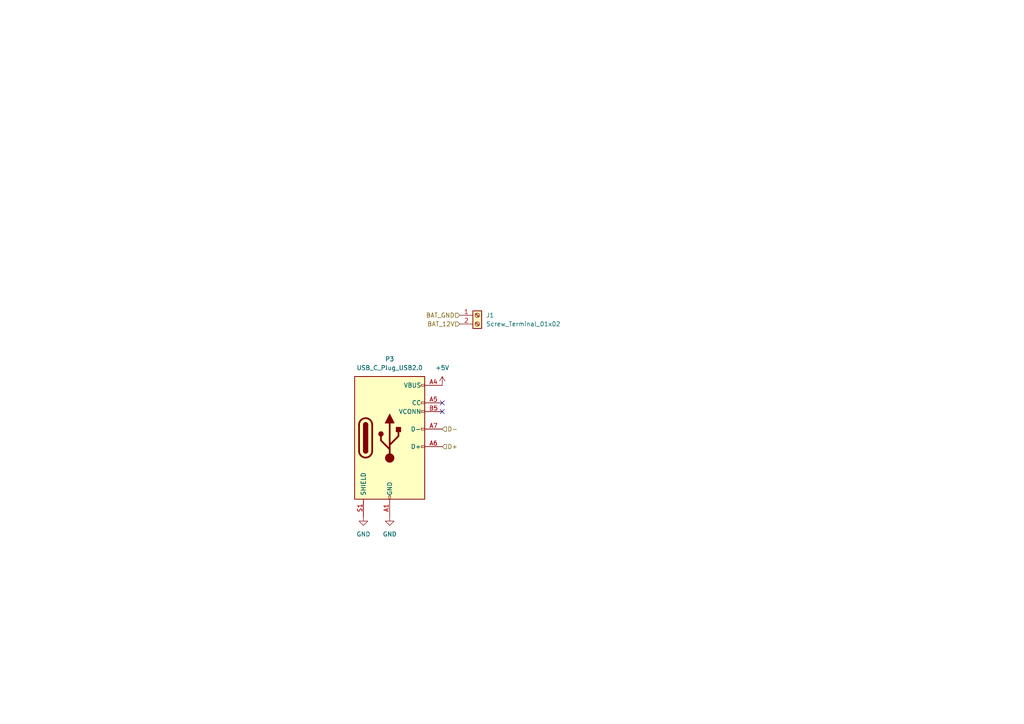
<source format=kicad_sch>
(kicad_sch (version 20231120) (generator "eeschema") (generator_version "8.0")
  (paper "A4")
  (lib_symbols
    (symbol "Connector:Screw_Terminal_01x02" (pin_names (offset 1.016) hide)
      (property "Reference" "J" (at 0 2.54 0))
      (property "Value" "Screw_Terminal_01x02" (at 0 -5.08 0))
      (symbol "Screw_Terminal_01x02_1_1"
        (rectangle (start -1.27 1.27) (end 1.27 -3.81) (stroke (width 0.254)) (fill (type background)))
        (circle (center 0 -2.54) (radius 0.635) (stroke (width 0.1524)))
        (polyline (pts (xy -0.5334 -2.2098) (xy 0.3302 -3.048)) (stroke (width 0.1524)))
        (polyline (pts (xy -0.5334 0.3302) (xy 0.3302 -0.508)) (stroke (width 0.1524)))
        (polyline (pts (xy -0.3556 -2.032) (xy 0.508 -2.8702)) (stroke (width 0.1524)))
        (polyline (pts (xy -0.3556 0.508) (xy 0.508 -0.3302)) (stroke (width 0.1524)))
        (circle (center 0 0) (radius 0.635) (stroke (width 0.1524)))
        (pin passive line (at -5.08 0 0) (length 3.81) (name "Pin_1") (number "1"))
        (pin passive line (at -5.08 -2.54 0) (length 3.81) (name "Pin_2") (number "2"))
      )
    )
    (symbol "Connector:USB_C_Plug_USB2.0" (pin_names (offset 1.016))
      (property "Reference" "P" (at -10.16 19.05 0))
      (property "Value" "USB_C_Plug_USB2.0" (at 12.7 19.05 0))
      (symbol "USB_C_Plug_USB2.0_0_0"
        (rectangle (start -0.254 -17.78) (end 0.254 -16.764))
        (rectangle (start 10.16 -2.286) (end 9.144 -2.794))
        (rectangle (start 10.16 2.794) (end 9.144 2.286))
        (rectangle (start 10.16 7.874) (end 9.144 7.366))
        (rectangle (start 10.16 10.414) (end 9.144 9.906))
        (rectangle (start 10.16 15.494) (end 9.144 14.986))
      )
      (symbol "USB_C_Plug_USB2.0_0_1"
        (rectangle (start -10.16 17.78) (end 10.16 -17.78) (stroke (width 0.254)) (fill (type background)))
        (arc (start -8.89 -3.81) (mid -6.985 -5.7067) (end -5.08 -3.81) (stroke (width 0.508)))
        (arc (start -7.62 -3.81) (mid -6.985 -4.4423) (end -6.35 -3.81) (stroke (width 0.254)))
        (arc (start -7.62 -3.81) (mid -6.985 -4.4423) (end -6.35 -3.81) (stroke (width 0.254)) (fill (type outline)))
        (rectangle (start -7.62 -3.81) (end -6.35 3.81) (stroke (width 0.254)) (fill (type outline)))
        (arc (start -6.35 3.81) (mid -6.985 4.4423) (end -7.62 3.81) (stroke (width 0.254)))
        (arc (start -6.35 3.81) (mid -6.985 4.4423) (end -7.62 3.81) (stroke (width 0.254)) (fill (type outline)))
        (arc (start -5.08 3.81) (mid -6.985 5.7067) (end -8.89 3.81) (stroke (width 0.508)))
        (circle (center -2.54 1.143) (radius 0.635) (stroke (width 0.254)) (fill (type outline)))
        (circle (center 0 -5.842) (radius 1.27) (fill (type outline)))
        (polyline (pts (xy -8.89 -3.81) (xy -8.89 3.81)) (stroke (width 0.508)))
        (polyline (pts (xy -5.08 3.81) (xy -5.08 -3.81)) (stroke (width 0.508)))
        (polyline (pts (xy 0 -5.842) (xy 0 4.318)) (stroke (width 0.508)))
        (polyline (pts (xy 0 -3.302) (xy -2.54 -0.762) (xy -2.54 0.508)) (stroke (width 0.508)))
        (polyline (pts (xy 0 -2.032) (xy 2.54 0.508) (xy 2.54 1.778)) (stroke (width 0.508)))
        (polyline (pts (xy -1.27 4.318) (xy 0 6.858) (xy 1.27 4.318) (xy -1.27 4.318)) (stroke (width 0.254)) (fill (type outline)))
        (rectangle (start 1.905 1.778) (end 3.175 3.048) (stroke (width 0.254)) (fill (type outline)))
      )
      (symbol "USB_C_Plug_USB2.0_1_1"
        (pin passive line (at 0 -22.86 90) (length 5.08) (name "GND") (number "A1"))
        (pin passive line (at 0 -22.86 90) (length 5.08) hide (name "GND") (number "A12"))
        (pin passive line (at 15.24 15.24 180) (length 5.08) (name "VBUS") (number "A4"))
        (pin bidirectional line (at 15.24 10.16 180) (length 5.08) (name "CC") (number "A5"))
        (pin bidirectional line (at 15.24 -2.54 180) (length 5.08) (name "D+") (number "A6"))
        (pin bidirectional line (at 15.24 2.54 180) (length 5.08) (name "D-") (number "A7"))
        (pin passive line (at 15.24 15.24 180) (length 5.08) hide (name "VBUS") (number "A9"))
        (pin passive line (at 0 -22.86 90) (length 5.08) hide (name "GND") (number "B1"))
        (pin passive line (at 0 -22.86 90) (length 5.08) hide (name "GND") (number "B12"))
        (pin passive line (at 15.24 15.24 180) (length 5.08) hide (name "VBUS") (number "B4"))
        (pin bidirectional line (at 15.24 7.62 180) (length 5.08) (name "VCONN") (number "B5"))
        (pin passive line (at 15.24 15.24 180) (length 5.08) hide (name "VBUS") (number "B9"))
        (pin passive line (at -7.62 -22.86 90) (length 5.08) (name "SHIELD") (number "S1"))
      )
    )
    (symbol "power:+5V" (power) (pin_numbers hide) (pin_names (offset 0) hide)
      (property "Value" "+5V" (at 0 3.556 0))
      (symbol "+5V_0_1"
        (polyline (pts (xy -0.762 1.27) (xy 0 2.54)))
        (polyline (pts (xy 0 0) (xy 0 2.54)))
        (polyline (pts (xy 0 2.54) (xy 0.762 1.27)))
      )
      (symbol "+5V_1_1"
        (pin power_in line (at 0 0 90) (length 0) (name "~") (number "1"))
      )
    )
    (symbol "power:GND" (power) (pin_numbers hide) (pin_names (offset 0) hide)
      (property "Value" "GND" (at 0 -3.81 0))
      (symbol "GND_0_1"
        (polyline (pts (xy 0 0) (xy 0 -1.27) (xy 1.27 -1.27) (xy 0 -2.54) (xy -1.27 -1.27) (xy 0 -1.27)))
      )
      (symbol "GND_1_1"
        (pin power_in line (at 0 0 270) (length 0) (name "~") (number "1"))
      )
    )
  )
  (no_connect (at 128.27 116.84))
  (no_connect (at 128.27 119.38))
  (hierarchical_label "BAT_GND" (shape input) (at 133.35 91.44 180))
  (hierarchical_label "D+" (shape input) (at 128.27 129.54 0))
  (hierarchical_label "BAT_12V" (shape input) (at 133.35 93.98 180))
  (hierarchical_label "D-" (shape input) (at 128.27 124.46 0))
  (symbol (lib_id "power:GND") (at 105.41 149.86 0) (unit 1)
    (property "Reference" "#PWR087" (effects (hide yes)))
    (property "Value" "GND" (at 105.41 154.94 0))
    (property "Description" "Power symbol creates a global label with name \"GND\" , ground" (effects (hide yes)))
  )
  (symbol (lib_id "Connector:Screw_Terminal_01x02") (at 138.43 91.44 0) (unit 1)
    (property "Reference" "J1" (at 140.97 91.4399 0) (effects (justify left)))
    (property "Value" "Screw_Terminal_01x02" (at 140.97 93.9799 0) (effects (justify left)))
    (property "Description" "Generic screw terminal, single row, 01x02, script generated (kicad-library-utils/schlib/autogen/connector/)" (effects (hide yes)))
  )
  (symbol (lib_id "Connector:USB_C_Plug_USB2.0") (at 113.03 127 0) (unit 1)
    (property "Reference" "P3" (at 113.03 104.14 0))
    (property "Value" "USB_C_Plug_USB2.0" (at 113.03 106.68 0))
    (property "Datasheet" "https://www.usb.org/sites/default/files/documents/usb_type-c.zip" (effects (hide yes)))
    (property "Description" "USB 2.0-only Type-C Plug connector" (effects (hide yes)))
  )
  (symbol (lib_id "power:GND") (at 113.03 149.86 0) (unit 1)
    (property "Reference" "#PWR088" (effects (hide yes)))
    (property "Value" "GND" (at 113.03 154.94 0))
    (property "Description" "Power symbol creates a global label with name \"GND\" , ground" (effects (hide yes)))
  )
  (symbol (lib_id "power:+5V") (at 128.27 111.76 0) (unit 1)
    (property "Reference" "#PWR089" (effects (hide yes)))
    (property "Value" "+5V" (at 128.27 106.68 0))
    (property "Description" "Power symbol creates a global label with name \"+5V\"" (effects (hide yes)))
  )
)
</source>
